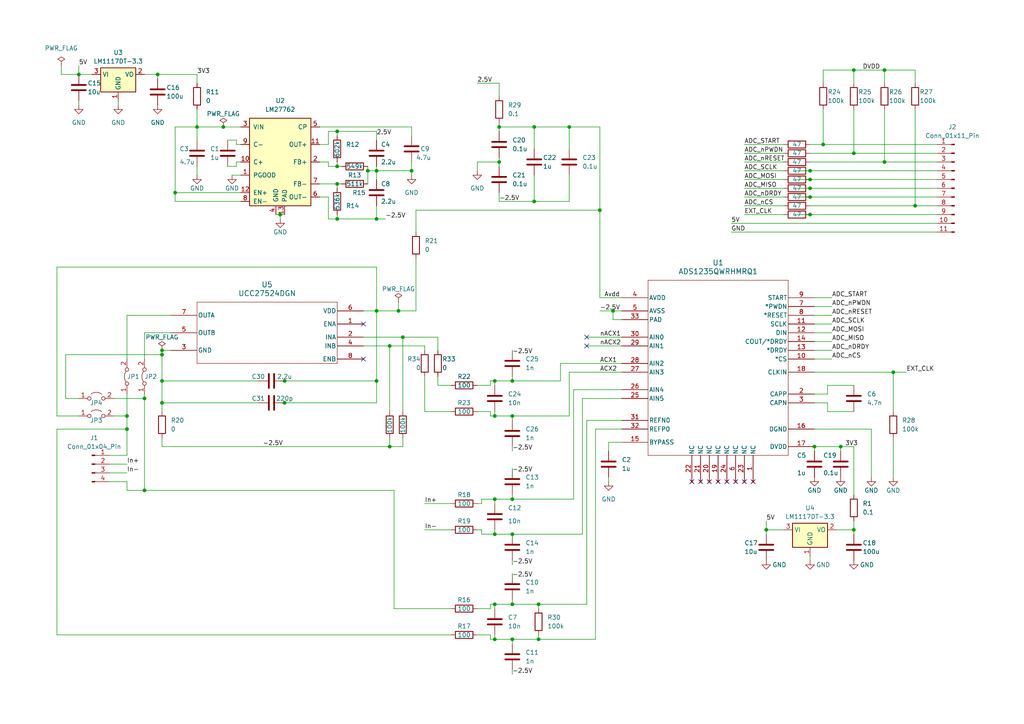
<source format=kicad_sch>
(kicad_sch (version 20230121) (generator eeschema)
  (paper "A4")
  (title_block (title "Analog conditioning and filtering measurements"))
  (lib_symbols
    (symbol "ADS1235_Q1:ADS1235QWRHMRQ1" (pin_names (offset 0.254))
      (property "Reference" "U1" (at 27.94 10.16 0))
      (property "Value" "ADS1235QWRHMRQ1" (at 27.94 7.62 0))
      (symbol "ADS1235QWRHMRQ1_0_1"
        (polyline (pts (xy 7.62 -45.72) (xy 48.26 -45.72)) (stroke (width 0.127)))
        (polyline (pts (xy 7.62 5.08) (xy 7.62 -45.72)) (stroke (width 0.127)))
        (polyline (pts (xy 48.26 -45.72) (xy 48.26 5.08)) (stroke (width 0.127)))
        (polyline (pts (xy 48.26 5.08) (xy 7.62 5.08)) (stroke (width 0.127)))
        (pin unspecified line (at 0 -41.91 0) (length 7.62) (name "BYPASS") (number "15"))
        (pin input line (at 55.88 -21.59 180) (length 7.62) (name "CLKIN") (number "18"))
      )
      (symbol "ADS1235QWRHMRQ1_1_1"
        (pin no_connect line (at 38.1 -53.34 90) (length 7.62) (name "NC") (number "1"))
        (pin input line (at 55.88 -17.78 180) (length 7.62) (name "*CS") (number "10"))
        (pin input line (at 55.88 -7.62 180) (length 7.62) (name "SCLK") (number "11"))
        (pin input line (at 55.88 -10.16 180) (length 7.62) (name "DIN") (number "12"))
        (pin output line (at 55.88 -15.24 180) (length 7.62) (name "*DRDY") (number "13"))
        (pin output line (at 55.88 -12.7 180) (length 7.62) (name "COUT/*DRDY") (number "14"))
        (pin power_in line (at 55.88 -38.1 180) (length 7.62) (name "DGND") (number "16"))
        (pin power_in line (at 55.88 -43.18 180) (length 7.62) (name "DVDD") (number "17"))
        (pin no_connect line (at 27.94 -53.34 90) (length 7.62) (name "NC") (number "19"))
        (pin unspecified line (at 55.88 -27.94 180) (length 7.62) (name "CAPP") (number "2"))
        (pin no_connect line (at 25.4 -53.34 90) (length 7.62) (name "NC") (number "20"))
        (pin no_connect line (at 22.86 -53.34 90) (length 7.62) (name "NC") (number "21"))
        (pin no_connect line (at 20.32 -53.34 90) (length 7.62) (name "NC") (number "22"))
        (pin no_connect line (at 35.56 -53.34 90) (length 7.62) (name "NC") (number "23"))
        (pin no_connect line (at 30.48 -53.34 90) (length 7.62) (name "NC") (number "24"))
        (pin unspecified line (at 0 -29.21 0) (length 7.62) (name "AIN5") (number "25"))
        (pin unspecified line (at 0 -26.67 0) (length 7.62) (name "AIN4") (number "26"))
        (pin unspecified line (at 0 -21.59 0) (length 7.62) (name "AIN3") (number "27"))
        (pin unspecified line (at 0 -19.05 0) (length 7.62) (name "AIN2") (number "28"))
        (pin unspecified line (at 0 -13.97 0) (length 7.62) (name "AIN1") (number "29"))
        (pin unspecified line (at 55.88 -30.48 180) (length 7.62) (name "CAPN") (number "3"))
        (pin unspecified line (at 0 -11.43 0) (length 7.62) (name "AIN0") (number "30"))
        (pin unspecified line (at 0 -35.56 0) (length 7.62) (name "REFN0") (number "31"))
        (pin unspecified line (at 0 -38.1 0) (length 7.62) (name "REFP0") (number "32"))
        (pin unspecified line (at 0 -6.35 0) (length 7.62) (name "PAD") (number "33"))
        (pin unspecified line (at 0 0 0) (length 7.62) (name "AVDD") (number "4"))
        (pin unspecified line (at 0 -3.81 0) (length 7.62) (name "AVSS") (number "5"))
        (pin no_connect line (at 33.02 -53.34 90) (length 7.62) (name "NC") (number "6"))
        (pin input line (at 55.88 -2.54 180) (length 7.62) (name "*PWDN") (number "7"))
        (pin input line (at 55.88 -5.08 180) (length 7.62) (name "*RESET") (number "8"))
        (pin input line (at 55.88 0 180) (length 7.62) (name "START") (number "9"))
      )
    )
    (symbol "Connector:Conn_01x04_Pin" (pin_names (offset 1.016) hide)
      (property "Reference" "J" (at 0 5.08 0))
      (property "Value" "Conn_01x04_Pin" (at 0 -7.62 0))
      (symbol "Conn_01x04_Pin_1_1"
        (polyline (pts (xy 1.27 -5.08) (xy 0.8636 -5.08)) (stroke (width 0.1524)))
        (polyline (pts (xy 1.27 -2.54) (xy 0.8636 -2.54)) (stroke (width 0.1524)))
        (polyline (pts (xy 1.27 0) (xy 0.8636 0)) (stroke (width 0.1524)))
        (polyline (pts (xy 1.27 2.54) (xy 0.8636 2.54)) (stroke (width 0.1524)))
        (rectangle (start 0.8636 -4.953) (end 0 -5.207) (stroke (width 0.1524)) (fill (type outline)))
        (rectangle (start 0.8636 -2.413) (end 0 -2.667) (stroke (width 0.1524)) (fill (type outline)))
        (rectangle (start 0.8636 0.127) (end 0 -0.127) (stroke (width 0.1524)) (fill (type outline)))
        (rectangle (start 0.8636 2.667) (end 0 2.413) (stroke (width 0.1524)) (fill (type outline)))
        (pin passive line (at 5.08 2.54 180) (length 3.81) (name "Pin_1") (number "1"))
        (pin passive line (at 5.08 0 180) (length 3.81) (name "Pin_2") (number "2"))
        (pin passive line (at 5.08 -2.54 180) (length 3.81) (name "Pin_3") (number "3"))
        (pin passive line (at 5.08 -5.08 180) (length 3.81) (name "Pin_4") (number "4"))
      )
    )
    (symbol "Connector:Conn_01x11_Pin" (pin_names (offset 1.016) hide)
      (property "Reference" "J" (at 0 15.24 0))
      (property "Value" "Conn_01x11_Pin" (at 0 -15.24 0))
      (symbol "Conn_01x11_Pin_1_1"
        (polyline (pts (xy 1.27 -12.7) (xy 0.8636 -12.7)) (stroke (width 0.1524)))
        (polyline (pts (xy 1.27 -10.16) (xy 0.8636 -10.16)) (stroke (width 0.1524)))
        (polyline (pts (xy 1.27 -7.62) (xy 0.8636 -7.62)) (stroke (width 0.1524)))
        (polyline (pts (xy 1.27 -5.08) (xy 0.8636 -5.08)) (stroke (width 0.1524)))
        (polyline (pts (xy 1.27 -2.54) (xy 0.8636 -2.54)) (stroke (width 0.1524)))
        (polyline (pts (xy 1.27 0) (xy 0.8636 0)) (stroke (width 0.1524)))
        (polyline (pts (xy 1.27 2.54) (xy 0.8636 2.54)) (stroke (width 0.1524)))
        (polyline (pts (xy 1.27 5.08) (xy 0.8636 5.08)) (stroke (width 0.1524)))
        (polyline (pts (xy 1.27 7.62) (xy 0.8636 7.62)) (stroke (width 0.1524)))
        (polyline (pts (xy 1.27 10.16) (xy 0.8636 10.16)) (stroke (width 0.1524)))
        (polyline (pts (xy 1.27 12.7) (xy 0.8636 12.7)) (stroke (width 0.1524)))
        (rectangle (start 0.8636 -12.573) (end 0 -12.827) (stroke (width 0.1524)) (fill (type outline)))
        (rectangle (start 0.8636 -10.033) (end 0 -10.287) (stroke (width 0.1524)) (fill (type outline)))
        (rectangle (start 0.8636 -7.493) (end 0 -7.747) (stroke (width 0.1524)) (fill (type outline)))
        (rectangle (start 0.8636 -4.953) (end 0 -5.207) (stroke (width 0.1524)) (fill (type outline)))
        (rectangle (start 0.8636 -2.413) (end 0 -2.667) (stroke (width 0.1524)) (fill (type outline)))
        (rectangle (start 0.8636 0.127) (end 0 -0.127) (stroke (width 0.1524)) (fill (type outline)))
        (rectangle (start 0.8636 2.667) (end 0 2.413) (stroke (width 0.1524)) (fill (type outline)))
        (rectangle (start 0.8636 5.207) (end 0 4.953) (stroke (width 0.1524)) (fill (type outline)))
        (rectangle (start 0.8636 7.747) (end 0 7.493) (stroke (width 0.1524)) (fill (type outline)))
        (rectangle (start 0.8636 10.287) (end 0 10.033) (stroke (width 0.1524)) (fill (type outline)))
        (rectangle (start 0.8636 12.827) (end 0 12.573) (stroke (width 0.1524)) (fill (type outline)))
        (pin passive line (at 5.08 12.7 180) (length 3.81) (name "Pin_1") (number "1"))
        (pin passive line (at 5.08 -10.16 180) (length 3.81) (name "Pin_10") (number "10"))
        (pin passive line (at 5.08 -12.7 180) (length 3.81) (name "Pin_11") (number "11"))
        (pin passive line (at 5.08 10.16 180) (length 3.81) (name "Pin_2") (number "2"))
        (pin passive line (at 5.08 7.62 180) (length 3.81) (name "Pin_3") (number "3"))
        (pin passive line (at 5.08 5.08 180) (length 3.81) (name "Pin_4") (number "4"))
        (pin passive line (at 5.08 2.54 180) (length 3.81) (name "Pin_5") (number "5"))
        (pin passive line (at 5.08 0 180) (length 3.81) (name "Pin_6") (number "6"))
        (pin passive line (at 5.08 -2.54 180) (length 3.81) (name "Pin_7") (number "7"))
        (pin passive line (at 5.08 -5.08 180) (length 3.81) (name "Pin_8") (number "8"))
        (pin passive line (at 5.08 -7.62 180) (length 3.81) (name "Pin_9") (number "9"))
      )
    )
    (symbol "Device:C" (pin_numbers hide) (pin_names (offset 0.254))
      (property "Reference" "C" (at 0.635 2.54 0))
      (property "Value" "C" (at 0.635 -2.54 0))
      (symbol "C_0_1"
        (polyline (pts (xy -2.032 -0.762) (xy 2.032 -0.762)) (stroke (width 0.508)))
        (polyline (pts (xy -2.032 0.762) (xy 2.032 0.762)) (stroke (width 0.508)))
      )
      (symbol "C_1_1"
        (pin passive line (at 0 3.81 270) (length 2.794) (name "~") (number "1"))
        (pin passive line (at 0 -3.81 90) (length 2.794) (name "~") (number "2"))
      )
    )
    (symbol "Device:R" (pin_numbers hide) (pin_names (offset 0))
      (property "Reference" "R" (at 2.032 0 90))
      (property "Value" "R" (at 0 0 90))
      (symbol "R_0_1"
        (rectangle (start -1.016 -2.54) (end 1.016 2.54) (stroke (width 0.254)))
      )
      (symbol "R_1_1"
        (pin passive line (at 0 3.81 270) (length 1.27) (name "~") (number "1"))
        (pin passive line (at 0 -3.81 90) (length 1.27) (name "~") (number "2"))
      )
    )
    (symbol "Jumper:Jumper_2_Bridged" (pin_names (offset 0) hide)
      (property "Reference" "JP" (at 0 1.905 0))
      (property "Value" "Jumper_2_Bridged" (at 0 -2.54 0))
      (symbol "Jumper_2_Bridged_0_0"
        (circle (center -2.032 0) (radius 0.508))
        (circle (center 2.032 0) (radius 0.508))
      )
      (symbol "Jumper_2_Bridged_0_1"
        (arc (start 1.524 0.254) (mid 0 0.762) (end -1.524 0.254))
      )
      (symbol "Jumper_2_Bridged_1_1"
        (pin passive line (at -5.08 0 0) (length 2.54) (name "A") (number "1"))
        (pin passive line (at 5.08 0 180) (length 2.54) (name "B") (number "2"))
      )
    )
    (symbol "Jumper:Jumper_2_Open" (pin_names (offset 0) hide)
      (property "Reference" "JP" (at 0 2.794 0))
      (property "Value" "Jumper_2_Open" (at 0 -2.286 0))
      (symbol "Jumper_2_Open_0_0"
        (circle (center -2.032 0) (radius 0.508))
        (circle (center 2.032 0) (radius 0.508))
      )
      (symbol "Jumper_2_Open_0_1"
        (arc (start 1.524 1.27) (mid 0 1.778) (end -1.524 1.27))
      )
      (symbol "Jumper_2_Open_1_1"
        (pin passive line (at -5.08 0 0) (length 2.54) (name "A") (number "1"))
        (pin passive line (at 5.08 0 180) (length 2.54) (name "B") (number "2"))
      )
    )
    (symbol "Regulator_Linear:LM1117DT-3.3"
      (property "Reference" "U" (at -3.81 3.175 0))
      (property "Value" "LM1117DT-3.3" (at 0 3.175 0))
      (symbol "LM1117DT-3.3_0_1"
        (rectangle (start -5.08 -5.08) (end 5.08 1.905) (stroke (width 0.254)) (fill (type background)))
      )
      (symbol "LM1117DT-3.3_1_1"
        (pin power_in line (at 0 -7.62 90) (length 2.54) (name "GND") (number "1"))
        (pin power_out line (at 7.62 0 180) (length 2.54) (name "VO") (number "2"))
        (pin power_in line (at -7.62 0 0) (length 2.54) (name "VI") (number "3"))
      )
    )
    (symbol "Regulator_SwitchedCapacitor:LM27762" (pin_names (offset 1.016))
      (property "Reference" "U2" (at 1.27 12.7 0))
      (property "Value" "LM27762" (at 1.27 10.16 0))
      (symbol "LM27762_0_1"
        (rectangle (start -7.62 7.62) (end 10.16 -17.78) (stroke (width 0.254)) (fill (type background)))
      )
      (symbol "LM27762_1_1"
        (pin power_out line (at -10.16 -8.89 0) (length 2.54) (name "PGOOD") (number "1"))
        (pin passive line (at -10.16 -5.08 0) (length 2.54) (name "C+") (number "10"))
        (pin power_out line (at 12.7 0 180) (length 2.54) (name "OUT+") (number "11"))
        (pin input line (at -10.16 -13.97 0) (length 2.54) (name "EN+") (number "12"))
        (pin power_in line (at 2.54 -20.32 90) (length 2.54) (name "PAD") (number "13"))
        (pin input line (at 12.7 -5.08 180) (length 2.54) (name "FB+") (number "2"))
        (pin power_in line (at -10.16 5.08 0) (length 2.54) (name "VIN") (number "3"))
        (pin power_in line (at 0 -20.32 90) (length 2.54) (name "GND") (number "4"))
        (pin passive line (at 12.7 5.08 180) (length 2.54) (name "CP") (number "5"))
        (pin power_out line (at 12.7 -15.24 180) (length 2.54) (name "OUT-") (number "6"))
        (pin input line (at 12.7 -11.43 180) (length 2.54) (name "FB-") (number "7"))
        (pin input line (at -10.16 -16.51 0) (length 2.54) (name "EN-") (number "8"))
        (pin passive line (at -10.16 0 0) (length 2.54) (name "C-") (number "9"))
      )
    )
    (symbol "UCC27524DR:UCC27524DGN" (pin_names (offset 0.254))
      (property "Reference" "U5" (at 27.94 10.16 0))
      (property "Value" "UCC27524DGN" (at 27.94 7.62 0))
      (symbol "UCC27524DGN_0_1"
        (polyline (pts (xy 7.62 -12.7) (xy 48.26 -12.7)) (stroke (width 0.127)))
        (polyline (pts (xy 7.62 5.08) (xy 7.62 -12.7)) (stroke (width 0.127)))
        (polyline (pts (xy 48.26 -12.7) (xy 48.26 5.08)) (stroke (width 0.127)))
        (polyline (pts (xy 48.26 5.08) (xy 7.62 5.08)) (stroke (width 0.127)))
        (pin power_in line (at 0 -8.89 0) (length 7.62) (name "GND") (number "3"))
        (pin power_in line (at 55.88 2.54 180) (length 7.62) (name "VDD") (number "6"))
        (pin input line (at 55.88 -11.43 180) (length 7.62) (name "ENB") (number "8"))
      )
      (symbol "UCC27524DGN_1_1"
        (pin input line (at 55.88 -1.27 180) (length 7.62) (name "ENA") (number "1"))
        (pin input line (at 55.88 -5.08 180) (length 7.62) (name "INA") (number "2"))
        (pin input line (at 55.88 -7.62 180) (length 7.62) (name "INB") (number "4"))
        (pin output line (at 0 -3.81 0) (length 7.62) (name "OUTB") (number "5"))
        (pin output line (at 0 1.27 0) (length 7.62) (name "OUTA") (number "7"))
      )
    )
    (symbol "power:GND" (power) (pin_names (offset 0))
      (property "Value" "GND" (at 0 -3.81 0))
      (symbol "GND_0_1"
        (polyline (pts (xy 0 0) (xy 0 -1.27) (xy 1.27 -1.27) (xy 0 -2.54) (xy -1.27 -1.27) (xy 0 -1.27)))
      )
      (symbol "GND_1_1"
        (pin power_in line (at 0 0 270) (length 0) hide (name "GND") (number "1"))
      )
    )
    (symbol "power:PWR_FLAG" (power) (pin_numbers hide) (pin_names (offset 0) hide)
      (property "Value" "PWR_FLAG" (at 0 3.81 0))
      (symbol "PWR_FLAG_0_0"
        (pin power_out line (at 0 0 90) (length 0) (name "pwr") (number "1"))
      )
      (symbol "PWR_FLAG_0_1"
        (polyline (pts (xy 0 0) (xy 0 1.27) (xy -1.016 1.905) (xy 0 2.54) (xy 1.016 1.905) (xy 0 1.27)))
      )
    )
  )
  (junction (at 46.99 102.87))
  (junction (at 143.51 154.94))
  (junction (at 148.59 144.78))
  (junction (at 143.51 120.65))
  (junction (at 265.43 59.69))
  (junction (at 46.99 101.6))
  (junction (at 243.84 129.54))
  (junction (at 156.21 175.26))
  (junction (at 143.51 144.78))
  (junction (at 144.78 46.99))
  (junction (at 97.79 53.34))
  (junction (at 46.99 116.84))
  (junction (at 115.57 90.17))
  (junction (at 113.03 129.54))
  (junction (at 177.8 90.17))
  (junction (at 148.59 110.49))
  (junction (at 41.91 115.57))
  (junction (at 144.78 36.83))
  (junction (at 247.65 44.45))
  (junction (at 109.22 63.5))
  (junction (at 36.83 120.65))
  (junction (at 247.65 153.67))
  (junction (at 234.95 49.53))
  (junction (at 234.95 62.23))
  (junction (at 143.51 110.49))
  (junction (at 259.08 107.95))
  (junction (at 154.94 58.42))
  (junction (at 97.79 38.1))
  (junction (at 22.86 21.59))
  (junction (at 154.94 36.83))
  (junction (at 173.99 60.96))
  (junction (at 236.22 129.54))
  (junction (at 81.28 62.23))
  (junction (at 148.59 175.26))
  (junction (at 113.03 100.33))
  (junction (at 106.68 49.53))
  (junction (at 256.54 46.99))
  (junction (at 82.55 116.84))
  (junction (at 109.22 49.53))
  (junction (at 148.59 154.94))
  (junction (at 247.65 20.32))
  (junction (at 238.76 41.91))
  (junction (at 116.84 97.79))
  (junction (at 97.79 48.26))
  (junction (at 45.72 21.59))
  (junction (at 57.15 36.83))
  (junction (at 165.1 36.83))
  (junction (at 256.54 20.32))
  (junction (at 46.99 110.49))
  (junction (at 148.59 120.65))
  (junction (at 36.83 124.46))
  (junction (at 222.25 153.67))
  (junction (at 119.38 49.53))
  (junction (at 143.51 185.42))
  (junction (at 64.77 36.83))
  (junction (at 143.51 175.26))
  (junction (at 234.95 54.61))
  (junction (at 97.79 63.5))
  (junction (at 234.95 57.15))
  (junction (at 234.95 52.07))
  (junction (at 41.91 142.24))
  (junction (at 109.22 90.17))
  (junction (at 156.21 185.42))
  (junction (at 82.55 110.49))
  (junction (at 148.59 185.42))
  (junction (at 50.8 55.88))
  (junction (at 109.22 110.49))
  (no_connect (at 218.44 139.7))
  (no_connect (at 203.2 139.7))
  (no_connect (at 200.66 139.7))
  (no_connect (at 210.82 139.7))
  (no_connect (at 170.18 100.33))
  (no_connect (at 205.74 139.7))
  (no_connect (at 213.36 139.7))
  (no_connect (at 105.41 93.98))
  (no_connect (at 215.9 139.7))
  (no_connect (at 208.28 139.7))
  (no_connect (at 105.41 104.14))
  (no_connect (at 170.18 97.79))
  (wire (pts (xy 138.43 46.99) (xy 138.43 49.53)))
  (wire (pts (xy 236.22 99.06) (xy 241.3 99.06)))
  (wire (pts (xy 67.31 50.8) (xy 69.85 50.8)))
  (wire (pts (xy 234.95 44.45) (xy 247.65 44.45)))
  (wire (pts (xy 109.22 38.1) (xy 109.22 40.64)))
  (wire (pts (xy 97.79 48.26) (xy 99.06 48.26)))
  (wire (pts (xy 46.99 127) (xy 46.99 129.54)))
  (wire (pts (xy 109.22 77.47) (xy 16.51 77.47)))
  (wire (pts (xy 165.1 36.83) (xy 165.1 43.18)))
  (wire (pts (xy 138.43 24.13) (xy 144.78 24.13)))
  (wire (pts (xy 180.34 92.71) (xy 177.8 92.71)))
  (wire (pts (xy 154.94 50.8) (xy 154.94 58.42)))
  (wire (pts (xy 156.21 185.42) (xy 172.72 185.42)))
  (wire (pts (xy 234.95 62.23) (xy 271.78 62.23)))
  (wire (pts (xy 143.51 110.49) (xy 143.51 111.76)))
  (wire (pts (xy 81.28 116.84) (xy 82.55 116.84)))
  (wire (pts (xy 16.51 120.65) (xy 22.86 120.65)))
  (wire (pts (xy 41.91 115.57) (xy 41.91 142.24)))
  (wire (pts (xy 95.25 57.15) (xy 92.71 57.15)))
  (wire (pts (xy 95.25 48.26) (xy 97.79 48.26)))
  (wire (pts (xy 238.76 31.75) (xy 238.76 41.91)))
  (wire (pts (xy 144.78 46.99) (xy 138.43 46.99)))
  (wire (pts (xy 172.72 124.46) (xy 180.34 124.46)))
  (wire (pts (xy 148.59 121.92) (xy 148.59 120.65)))
  (wire (pts (xy 144.78 58.42) (xy 154.94 58.42)))
  (wire (pts (xy 113.03 127) (xy 113.03 129.54)))
  (wire (pts (xy 256.54 46.99) (xy 271.78 46.99)))
  (wire (pts (xy 177.8 90.17) (xy 177.8 92.71)))
  (wire (pts (xy 139.7 154.94) (xy 139.7 153.67)))
  (wire (pts (xy 33.02 115.57) (xy 41.91 115.57)))
  (wire (pts (xy 236.22 130.81) (xy 236.22 129.54)))
  (wire (pts (xy 236.22 93.98) (xy 241.3 93.98)))
  (wire (pts (xy 259.08 107.95) (xy 262.89 107.95)))
  (wire (pts (xy 148.59 144.78) (xy 166.37 144.78)))
  (wire (pts (xy 127 111.76) (xy 130.81 111.76)))
  (wire (pts (xy 148.59 143.51) (xy 148.59 144.78)))
  (wire (pts (xy 82.55 110.49) (xy 109.22 110.49)))
  (wire (pts (xy 234.95 161.29) (xy 234.95 162.56)))
  (wire (pts (xy 259.08 107.95) (xy 236.22 107.95)))
  (wire (pts (xy 46.99 110.49) (xy 46.99 116.84)))
  (wire (pts (xy 173.99 36.83) (xy 173.99 60.96)))
  (wire (pts (xy 16.51 77.47) (xy 16.51 120.65)))
  (wire (pts (xy 156.21 175.26) (xy 170.18 175.26)))
  (wire (pts (xy 81.28 62.23) (xy 81.28 63.5)))
  (wire (pts (xy 142.24 175.26) (xy 142.24 176.53)))
  (wire (pts (xy 16.51 184.15) (xy 16.51 124.46)))
  (wire (pts (xy 95.25 46.99) (xy 92.71 46.99)))
  (wire (pts (xy 243.84 130.81) (xy 243.84 129.54)))
  (wire (pts (xy 231.14 57.15) (xy 234.95 57.15)))
  (wire (pts (xy 240.03 111.76) (xy 247.65 111.76)))
  (wire (pts (xy 45.72 22.86) (xy 45.72 21.59)))
  (wire (pts (xy 165.1 50.8) (xy 165.1 58.42)))
  (wire (pts (xy 95.25 57.15) (xy 95.25 63.5)))
  (wire (pts (xy 212.09 67.31) (xy 271.78 67.31)))
  (wire (pts (xy 74.93 116.84) (xy 46.99 116.84)))
  (wire (pts (xy 180.34 128.27) (xy 176.53 128.27)))
  (wire (pts (xy 57.15 36.83) (xy 57.15 40.64)))
  (wire (pts (xy 180.34 115.57) (xy 168.91 115.57)))
  (wire (pts (xy 148.59 110.49) (xy 162.56 110.49)))
  (wire (pts (xy 106.68 49.53) (xy 106.68 53.34)))
  (wire (pts (xy 69.85 41.91) (xy 68.58 41.91)))
  (wire (pts (xy 148.59 195.58) (xy 148.59 194.31)))
  (wire (pts (xy 68.58 48.26) (xy 68.58 46.99)))
  (wire (pts (xy 234.95 52.07) (xy 271.78 52.07)))
  (wire (pts (xy 215.9 57.15) (xy 227.33 57.15)))
  (wire (pts (xy 49.53 91.44) (xy 36.83 91.44)))
  (wire (pts (xy 144.78 55.88) (xy 144.78 58.42)))
  (wire (pts (xy 144.78 35.56) (xy 144.78 36.83)))
  (wire (pts (xy 95.25 38.1) (xy 97.79 38.1)))
  (wire (pts (xy 92.71 41.91) (xy 95.25 41.91)))
  (wire (pts (xy 180.34 121.92) (xy 170.18 121.92)))
  (wire (pts (xy 143.51 185.42) (xy 143.51 184.15)))
  (wire (pts (xy 143.51 185.42) (xy 148.59 185.42)))
  (wire (pts (xy 247.65 153.67) (xy 247.65 154.94)))
  (wire (pts (xy 142.24 119.38) (xy 138.43 119.38)))
  (wire (pts (xy 64.77 36.83) (xy 57.15 36.83)))
  (wire (pts (xy 215.9 44.45) (xy 227.33 44.45)))
  (wire (pts (xy 252.73 124.46) (xy 252.73 138.43)))
  (wire (pts (xy 120.65 67.31) (xy 120.65 60.96)))
  (wire (pts (xy 148.59 101.6) (xy 148.59 102.87)))
  (wire (pts (xy 148.59 120.65) (xy 165.1 120.65)))
  (wire (pts (xy 240.03 116.84) (xy 240.03 119.38)))
  (wire (pts (xy 95.25 63.5) (xy 97.79 63.5)))
  (wire (pts (xy 69.85 36.83) (xy 64.77 36.83)))
  (wire (pts (xy 31.75 137.16) (xy 36.83 137.16)))
  (wire (pts (xy 22.86 30.48) (xy 22.86 29.21)))
  (wire (pts (xy 154.94 36.83) (xy 165.1 36.83)))
  (wire (pts (xy 109.22 48.26) (xy 109.22 49.53)))
  (wire (pts (xy 180.34 113.03) (xy 166.37 113.03)))
  (wire (pts (xy 142.24 111.76) (xy 138.43 111.76)))
  (wire (pts (xy 92.71 36.83) (xy 119.38 36.83)))
  (wire (pts (xy 109.22 49.53) (xy 109.22 52.07)))
  (wire (pts (xy 106.68 48.26) (xy 106.68 49.53)))
  (wire (pts (xy 81.28 110.49) (xy 82.55 110.49)))
  (wire (pts (xy 148.59 163.83) (xy 148.59 162.56)))
  (wire (pts (xy 247.65 20.32) (xy 238.76 20.32)))
  (wire (pts (xy 236.22 86.36) (xy 241.3 86.36)))
  (wire (pts (xy 148.59 186.69) (xy 148.59 185.42)))
  (wire (pts (xy 115.57 90.17) (xy 120.65 90.17)))
  (wire (pts (xy 34.29 30.48) (xy 34.29 29.21)))
  (wire (pts (xy 139.7 144.78) (xy 143.51 144.78)))
  (wire (pts (xy 22.86 19.05) (xy 22.86 21.59)))
  (wire (pts (xy 243.84 129.54) (xy 247.65 129.54)))
  (wire (pts (xy 36.83 114.3) (xy 36.83 120.65)))
  (wire (pts (xy 26.67 21.59) (xy 22.86 21.59)))
  (wire (pts (xy 109.22 110.49) (xy 109.22 116.84)))
  (wire (pts (xy 256.54 20.32) (xy 256.54 24.13)))
  (wire (pts (xy 105.41 97.79) (xy 116.84 97.79)))
  (wire (pts (xy 177.8 90.17) (xy 180.34 90.17)))
  (wire (pts (xy 259.08 119.38) (xy 259.08 107.95)))
  (wire (pts (xy 41.91 142.24) (xy 114.3 142.24)))
  (wire (pts (xy 143.51 175.26) (xy 143.51 176.53)))
  (wire (pts (xy 236.22 101.6) (xy 241.3 101.6)))
  (wire (pts (xy 231.14 54.61) (xy 234.95 54.61)))
  (wire (pts (xy 265.43 31.75) (xy 265.43 59.69)))
  (wire (pts (xy 176.53 128.27) (xy 176.53 130.81)))
  (wire (pts (xy 22.86 21.59) (xy 17.78 21.59)))
  (wire (pts (xy 49.53 101.6) (xy 46.99 101.6)))
  (wire (pts (xy 114.3 176.53) (xy 130.81 176.53)))
  (wire (pts (xy 109.22 116.84) (xy 82.55 116.84)))
  (wire (pts (xy 46.99 101.6) (xy 46.99 102.87)))
  (wire (pts (xy 215.9 54.61) (xy 227.33 54.61)))
  (wire (pts (xy 173.99 60.96) (xy 173.99 86.36)))
  (wire (pts (xy 143.51 154.94) (xy 148.59 154.94)))
  (wire (pts (xy 106.68 49.53) (xy 109.22 49.53)))
  (wire (pts (xy 109.22 90.17) (xy 115.57 90.17)))
  (wire (pts (xy 142.24 120.65) (xy 142.24 119.38)))
  (wire (pts (xy 97.79 48.26) (xy 97.79 46.99)))
  (wire (pts (xy 259.08 138.43) (xy 259.08 127)))
  (wire (pts (xy 236.22 88.9) (xy 241.3 88.9)))
  (wire (pts (xy 148.59 175.26) (xy 156.21 175.26)))
  (wire (pts (xy 143.51 154.94) (xy 143.51 153.67)))
  (wire (pts (xy 50.8 55.88) (xy 50.8 58.42)))
  (wire (pts (xy 231.14 52.07) (xy 234.95 52.07)))
  (wire (pts (xy 234.95 41.91) (xy 238.76 41.91)))
  (wire (pts (xy 215.9 59.69) (xy 227.33 59.69)))
  (wire (pts (xy 142.24 176.53) (xy 138.43 176.53)))
  (wire (pts (xy 16.51 184.15) (xy 130.81 184.15)))
  (wire (pts (xy 116.84 97.79) (xy 127 97.79)))
  (wire (pts (xy 143.51 175.26) (xy 148.59 175.26)))
  (wire (pts (xy 256.54 20.32) (xy 247.65 20.32)))
  (wire (pts (xy 114.3 142.24) (xy 114.3 176.53)))
  (wire (pts (xy 234.95 57.15) (xy 271.78 57.15)))
  (wire (pts (xy 33.02 120.65) (xy 36.83 120.65)))
  (wire (pts (xy 127 97.79) (xy 127 101.6)))
  (wire (pts (xy 222.25 153.67) (xy 227.33 153.67)))
  (wire (pts (xy 41.91 96.52) (xy 41.91 104.14)))
  (wire (pts (xy 109.22 59.69) (xy 109.22 63.5)))
  (wire (pts (xy 105.41 100.33) (xy 113.03 100.33)))
  (wire (pts (xy 170.18 97.79) (xy 180.34 97.79)))
  (wire (pts (xy 41.91 21.59) (xy 45.72 21.59)))
  (wire (pts (xy 119.38 46.99) (xy 119.38 49.53)))
  (wire (pts (xy 57.15 31.75) (xy 57.15 36.83)))
  (wire (pts (xy 143.51 144.78) (xy 143.51 146.05)))
  (wire (pts (xy 215.9 52.07) (xy 227.33 52.07)))
  (wire (pts (xy 234.95 54.61) (xy 271.78 54.61)))
  (wire (pts (xy 68.58 41.91) (xy 68.58 40.64)))
  (wire (pts (xy 109.22 63.5) (xy 111.76 63.5)))
  (wire (pts (xy 236.22 116.84) (xy 240.03 116.84)))
  (wire (pts (xy 17.78 19.05) (xy 17.78 21.59)))
  (wire (pts (xy 148.59 135.89) (xy 148.59 137.16)))
  (wire (pts (xy 173.99 90.17) (xy 177.8 90.17)))
  (wire (pts (xy 247.65 44.45) (xy 271.78 44.45)))
  (wire (pts (xy 172.72 185.42) (xy 172.72 124.46)))
  (wire (pts (xy 31.75 139.7) (xy 36.83 139.7)))
  (wire (pts (xy 123.19 100.33) (xy 123.19 101.6)))
  (wire (pts (xy 236.22 124.46) (xy 252.73 124.46)))
  (wire (pts (xy 265.43 59.69) (xy 271.78 59.69)))
  (wire (pts (xy 143.51 110.49) (xy 148.59 110.49)))
  (wire (pts (xy 109.22 90.17) (xy 109.22 110.49)))
  (wire (pts (xy 154.94 58.42) (xy 165.1 58.42)))
  (wire (pts (xy 162.56 105.41) (xy 162.56 110.49)))
  (wire (pts (xy 46.99 102.87) (xy 46.99 110.49)))
  (wire (pts (xy 247.65 31.75) (xy 247.65 44.45)))
  (wire (pts (xy 234.95 59.69) (xy 265.43 59.69)))
  (wire (pts (xy 123.19 109.22) (xy 123.19 119.38)))
  (wire (pts (xy 97.79 54.61) (xy 97.79 53.34)))
  (wire (pts (xy 36.83 124.46) (xy 36.83 132.08)))
  (wire (pts (xy 256.54 31.75) (xy 256.54 46.99)))
  (wire (pts (xy 95.25 48.26) (xy 95.25 46.99)))
  (wire (pts (xy 215.9 62.23) (xy 227.33 62.23)))
  (wire (pts (xy 156.21 184.15) (xy 156.21 185.42)))
  (wire (pts (xy 144.78 36.83) (xy 154.94 36.83)))
  (wire (pts (xy 170.18 121.92) (xy 170.18 175.26)))
  (wire (pts (xy 109.22 90.17) (xy 109.22 77.47)))
  (wire (pts (xy 36.83 91.44) (xy 36.83 104.14)))
  (wire (pts (xy 166.37 144.78) (xy 166.37 113.03)))
  (wire (pts (xy 120.65 60.96) (xy 173.99 60.96)))
  (wire (pts (xy 97.79 53.34) (xy 99.06 53.34)))
  (wire (pts (xy 123.19 153.67) (xy 130.81 153.67)))
  (wire (pts (xy 109.22 49.53) (xy 119.38 49.53)))
  (wire (pts (xy 234.95 49.53) (xy 271.78 49.53)))
  (wire (pts (xy 139.7 144.78) (xy 139.7 146.05)))
  (wire (pts (xy 36.83 120.65) (xy 36.83 124.46)))
  (wire (pts (xy 46.99 110.49) (xy 74.93 110.49)))
  (wire (pts (xy 148.59 156.21) (xy 148.59 154.94)))
  (wire (pts (xy 222.25 151.13) (xy 222.25 153.67)))
  (wire (pts (xy 247.65 143.51) (xy 247.65 129.54)))
  (wire (pts (xy 81.28 62.23) (xy 82.55 62.23)))
  (wire (pts (xy 97.79 38.1) (xy 109.22 38.1)))
  (wire (pts (xy 69.85 58.42) (xy 50.8 58.42)))
  (wire (pts (xy 165.1 36.83) (xy 173.99 36.83)))
  (wire (pts (xy 66.04 48.26) (xy 68.58 48.26)))
  (wire (pts (xy 236.22 114.3) (xy 240.03 114.3)))
  (wire (pts (xy 165.1 107.95) (xy 180.34 107.95)))
  (wire (pts (xy 242.57 153.67) (xy 247.65 153.67)))
  (wire (pts (xy 236.22 129.54) (xy 243.84 129.54)))
  (wire (pts (xy 247.65 20.32) (xy 247.65 24.13)))
  (wire (pts (xy 31.75 132.08) (xy 36.83 132.08)))
  (wire (pts (xy 144.78 27.94) (xy 144.78 24.13)))
  (wire (pts (xy 240.03 119.38) (xy 247.65 119.38)))
  (wire (pts (xy 19.05 102.87) (xy 19.05 115.57)))
  (wire (pts (xy 236.22 104.14) (xy 241.3 104.14)))
  (wire (pts (xy 144.78 45.72) (xy 144.78 46.99)))
  (wire (pts (xy 142.24 184.15) (xy 138.43 184.15)))
  (wire (pts (xy 45.72 21.59) (xy 57.15 21.59)))
  (wire (pts (xy 142.24 120.65) (xy 143.51 120.65)))
  (wire (pts (xy 119.38 49.53) (xy 119.38 50.8)))
  (wire (pts (xy 36.83 142.24) (xy 41.91 142.24)))
  (wire (pts (xy 148.59 109.22) (xy 148.59 110.49)))
  (wire (pts (xy 142.24 185.42) (xy 143.51 185.42)))
  (wire (pts (xy 115.57 87.63) (xy 115.57 90.17)))
  (wire (pts (xy 139.7 154.94) (xy 143.51 154.94)))
  (wire (pts (xy 143.51 144.78) (xy 148.59 144.78)))
  (wire (pts (xy 119.38 36.83) (xy 119.38 39.37)))
  (wire (pts (xy 46.99 102.87) (xy 19.05 102.87)))
  (wire (pts (xy 265.43 20.32) (xy 256.54 20.32)))
  (wire (pts (xy 170.18 100.33) (xy 180.34 100.33)))
  (wire (pts (xy 168.91 154.94) (xy 168.91 115.57)))
  (wire (pts (xy 176.53 138.43) (xy 176.53 139.7)))
  (wire (pts (xy 231.14 62.23) (xy 234.95 62.23)))
  (wire (pts (xy 31.75 134.62) (xy 36.83 134.62)))
  (wire (pts (xy 236.22 91.44) (xy 241.3 91.44)))
  (wire (pts (xy 46.99 116.84) (xy 46.99 119.38)))
  (wire (pts (xy 234.95 46.99) (xy 256.54 46.99)))
  (wire (pts (xy 66.04 40.64) (xy 68.58 40.64)))
  (wire (pts (xy 222.25 153.67) (xy 222.25 154.94)))
  (wire (pts (xy 113.03 100.33) (xy 113.03 119.38)))
  (wire (pts (xy 162.56 105.41) (xy 180.34 105.41)))
  (wire (pts (xy 46.99 129.54) (xy 113.03 129.54)))
  (wire (pts (xy 97.79 38.1) (xy 97.79 39.37)))
  (wire (pts (xy 173.99 86.36) (xy 180.34 86.36)))
  (wire (pts (xy 142.24 185.42) (xy 142.24 184.15)))
  (wire (pts (xy 142.24 175.26) (xy 143.51 175.26)))
  (wire (pts (xy 120.65 90.17) (xy 120.65 74.93)))
  (wire (pts (xy 113.03 129.54) (xy 116.84 129.54)))
  (wire (pts (xy 215.9 46.99) (xy 227.33 46.99)))
  (wire (pts (xy 127 109.22) (xy 127 111.76)))
  (wire (pts (xy 154.94 36.83) (xy 154.94 43.18)))
  (wire (pts (xy 95.25 41.91) (xy 95.25 38.1)))
  (wire (pts (xy 19.05 115.57) (xy 22.86 115.57)))
  (wire (pts (xy 144.78 36.83) (xy 144.78 38.1)))
  (wire (pts (xy 148.59 185.42) (xy 156.21 185.42)))
  (wire (pts (xy 238.76 41.91) (xy 271.78 41.91)))
  (wire (pts (xy 97.79 63.5) (xy 109.22 63.5)))
  (wire (pts (xy 123.19 146.05) (xy 130.81 146.05)))
  (wire (pts (xy 139.7 146.05) (xy 138.43 146.05)))
  (wire (pts (xy 97.79 63.5) (xy 97.79 62.23)))
  (wire (pts (xy 156.21 175.26) (xy 156.21 176.53)))
  (wire (pts (xy 41.91 96.52) (xy 49.53 96.52)))
  (wire (pts (xy 57.15 48.26) (xy 57.15 50.8)))
  (wire (pts (xy 247.65 153.67) (xy 247.65 151.13)))
  (wire (pts (xy 240.03 114.3) (xy 240.03 111.76)))
  (wire (pts (xy 265.43 24.13) (xy 265.43 20.32)))
  (wire (pts (xy 236.22 96.52) (xy 241.3 96.52)))
  (wire (pts (xy 238.76 20.32) (xy 238.76 24.13)))
  (wire (pts (xy 142.24 110.49) (xy 143.51 110.49)))
  (wire (pts (xy 148.59 166.37) (xy 148.59 167.64)))
  (wire (pts (xy 165.1 107.95) (xy 165.1 120.65)))
  (wire (pts (xy 231.14 49.53) (xy 234.95 49.53)))
  (wire (pts (xy 148.59 173.99) (xy 148.59 175.26)))
  (wire (pts (xy 69.85 55.88) (xy 50.8 55.88)))
  (wire (pts (xy 148.59 154.94) (xy 168.91 154.94)))
  (wire (pts (xy 215.9 49.53) (xy 227.33 49.53)))
  (wire (pts (xy 50.8 55.88) (xy 50.8 36.83)))
  (wire (pts (xy 148.59 130.81) (xy 148.59 129.54)))
  (wire (pts (xy 142.24 110.49) (xy 142.24 111.76)))
  (wire (pts (xy 68.58 46.99) (xy 69.85 46.99)))
  (wire (pts (xy 116.84 127) (xy 116.84 129.54)))
  (wire (pts (xy 113.03 100.33) (xy 123.19 100.33)))
  (wire (pts (xy 50.8 36.83) (xy 57.15 36.83)))
  (wire (pts (xy 212.09 64.77) (xy 271.78 64.77)))
  (wire (pts (xy 80.01 62.23) (xy 81.28 62.23)))
  (wire (pts (xy 139.7 153.67) (xy 138.43 153.67)))
  (wire (pts (xy 105.41 90.17) (xy 109.22 90.17)))
  (wire (pts (xy 215.9 41.91) (xy 227.33 41.91)))
  (wire (pts (xy 57.15 21.59) (xy 57.15 24.13)))
  (wire (pts (xy 143.51 120.65) (xy 143.51 119.38)))
  (wire (pts (xy 36.83 139.7) (xy 36.83 142.24)))
  (wire (pts (xy 92.71 53.34) (xy 97.79 53.34)))
  (wire (pts (xy 123.19 119.38) (xy 130.81 119.38)))
  (wire (pts (xy 41.91 114.3) (xy 41.91 115.57)))
  (wire (pts (xy 16.51 124.46) (xy 36.83 124.46)))
  (wire (pts (xy 143.51 120.65) (xy 148.59 120.65)))
  (wire (pts (xy 116.84 97.79) (xy 116.84 119.38)))
  (wire (pts (xy 144.78 46.99) (xy 144.78 48.26)))
  (label "3V3" (at 57.15 21.59 0))
  (label "3V3" (at 245.11 129.54 0))
  (label "-2.5V" (at 173.99 90.17 0))
  (label "-2.5V" (at 148.59 137.16 0))
  (label "GND" (at 212.09 67.31 0))
  (label "5V" (at 22.86 19.05 0))
  (label "ADC_SCLK" (at 241.3 93.98 0))
  (label "ADC_nDRDY" (at 241.3 101.6 0))
  (label "ACX2" (at 173.99 107.95 0))
  (label "ADC_MOSI" (at 215.9 52.07 0))
  (label "ADC_nDRDY" (at 215.9 57.15 0))
  (label "In+" (at 123.19 146.05 0))
  (label "DVDD" (at 250.19 20.32 0))
  (label "-2.5V" (at 111.76 63.5 0))
  (label "ADC_nRESET" (at 215.9 46.99 0))
  (label "nACX2" (at 173.99 100.33 0))
  (label "ADC_nPWDN" (at 215.9 44.45 0))
  (label "-2.5V" (at 148.59 130.81 0))
  (label "EXT_CLK" (at 262.89 107.95 0))
  (label "ADC_START" (at 241.3 86.36 0))
  (label "ADC_START" (at 215.9 41.91 0))
  (label "2.5V" (at 109.22 39.37 0))
  (label "EXT_CLK" (at 215.9 62.23 0))
  (label "Avdd" (at 175.26 86.36 0))
  (label "ADC_nCS" (at 215.9 59.69 0))
  (label "ADC_MOSI" (at 241.3 96.52 0))
  (label "ADC_nPWDN" (at 241.3 88.9 0))
  (label "In-" (at 123.19 153.67 0))
  (label "ADC_nCS" (at 241.3 104.14 0))
  (label "-2.5V" (at 76.2 129.54 0))
  (label "In+" (at 36.83 134.62 0))
  (label "-2.5V" (at 144.78 58.42 0))
  (label "nACX1" (at 173.99 97.79 0))
  (label "-2.5V" (at 148.59 102.87 0))
  (label "5V" (at 222.25 151.13 0))
  (label "5V" (at 212.09 64.77 0))
  (label "-2.5V" (at 148.59 195.58 0))
  (label "ADC_MISO" (at 241.3 99.06 0))
  (label "-2.5V" (at 148.59 167.64 0))
  (label "ACX1" (at 173.99 105.41 0))
  (label "In-" (at 36.83 137.16 0))
  (label "ADC_nRESET" (at 241.3 91.44 0))
  (label "ADC_SCLK" (at 215.9 49.53 0))
  (label "ADC_MISO" (at 215.9 54.61 0))
  (label "2.5V" (at 138.43 24.13 0))
  (label "-2.5V" (at 148.59 163.83 0))
  (symbol (lib_id "Device:R") (at 256.54 27.94 0) (unit 1)
    (property "Reference" "R26" (at 257.81 26.67 0) (effects (justify left)))
    (property "Value" "100k" (at 257.81 29.21 0) (effects (justify left)))
  )
  (symbol (lib_id "UCC27524DR:UCC27524DGN") (at 49.53 92.71 0) (unit 1)
    (property "Reference" "U5" (at 77.47 82.55 0) (effects (font (size 1.524 1.524))))
    (property "Value" "UCC27524DGN" (at 77.47 85.09 0) (effects (font (size 1.524 1.524))))
    (property "Footprint" "DGN8" (effects hide))
    (property "Datasheet" "UCC27524DGN" (effects hide))
  )
  (symbol (lib_id "Device:R") (at 134.62 153.67 90) (unit 1)
    (property "Reference" "R19" (at 134.62 151.13 90))
    (property "Value" "100" (at 134.62 153.67 90))
  )
  (symbol (lib_id "Regulator_SwitchedCapacitor:LM27762") (at 80.01 41.91 0) (unit 1)
    (property "Reference" "U2" (at 81.28 29.21 0))
    (property "Value" "LM27762" (at 81.28 31.75 0))
    (property "Footprint" "Package_SON:WSON-12-1EP_3x2mm_P0.5mm_EP1x2.65_ThermalVias" (effects hide))
    (property "Datasheet" "http://www.ti.com/lit/ds/symlink/lm27762.pdf" (effects hide))
  )
  (symbol (lib_id "Device:C") (at 78.74 116.84 90) (unit 1)
    (property "Reference" "C31" (at 74.93 115.57 90))
    (property "Value" "220p" (at 82.55 115.57 90))
  )
  (symbol (lib_id "Device:R") (at 265.43 27.94 0) (unit 1)
    (property "Reference" "R27" (at 266.7 26.67 0) (effects (justify left)))
    (property "Value" "100k" (at 266.7 29.21 0) (effects (justify left)))
  )
  (symbol (lib_id "Device:R") (at 231.14 57.15 90) (unit 1)
    (property "Reference" "R9" (effects hide))
    (property "Value" "47" (at 231.14 57.15 90))
  )
  (symbol (lib_id "Device:C") (at 144.78 41.91 0) (unit 1)
    (property "Reference" "C20" (at 148.59 40.64 0) (effects (justify left)))
    (property "Value" "0.1u" (at 148.59 43.18 0) (effects (justify left)))
  )
  (symbol (lib_id "Device:R") (at 231.14 54.61 90) (unit 1)
    (property "Reference" "R6" (effects hide))
    (property "Value" "47" (at 231.14 54.61 90))
  )
  (symbol (lib_id "Regulator_Linear:LM1117DT-3.3") (at 34.29 21.59 0) (unit 1)
    (property "Reference" "U3" (at 34.29 15.24 0))
    (property "Value" "LM1117DT-3.3" (at 34.29 17.78 0))
    (property "Footprint" "Package_TO_SOT_SMD:TO-252-3_TabPin2" (effects hide))
    (property "Datasheet" "http://www.ti.com/lit/ds/symlink/lm1117.pdf" (effects hide))
  )
  (symbol (lib_id "Device:R") (at 231.14 59.69 90) (unit 1)
    (property "Reference" "R8" (effects hide))
    (property "Value" "47" (at 231.14 59.69 90))
  )
  (symbol (lib_id "Device:R") (at 134.62 176.53 90) (unit 1)
    (property "Reference" "R16" (at 134.62 173.99 90))
    (property "Value" "100" (at 134.62 176.53 90))
  )
  (symbol (lib_id "Device:R") (at 231.14 49.53 90) (unit 1)
    (property "Reference" "R4" (effects hide))
    (property "Value" "47" (at 231.14 49.53 90))
  )
  (symbol (lib_id "Device:C") (at 148.59 158.75 0) (unit 1)
    (property "Reference" "C14" (at 152.4 157.48 0) (effects (justify left)))
    (property "Value" "1n" (at 152.4 160.02 0) (effects (justify left)))
  )
  (symbol (lib_id "power:GND") (at 22.86 30.48 0) (unit 1)
    (property "Reference" "#PWR012" (effects hide))
    (property "Value" "GND" (at 22.86 35.56 0))
  )
  (symbol (lib_id "Jumper:Jumper_2_Bridged") (at 41.91 109.22 90) (unit 1)
    (property "Reference" "JP2" (at 41.91 109.22 90) (effects (justify right)))
    (property "Value" "Jumper_2_Bridged" (effects hide))
  )
  (symbol (lib_id "Device:C") (at 236.22 134.62 0) (unit 1)
    (property "Reference" "C5" (at 231.14 132.08 0) (effects (justify left)))
    (property "Value" "1u" (at 231.14 137.16 0) (effects (justify left)))
  )
  (symbol (lib_id "power:GND") (at 234.95 162.56 0) (unit 1)
    (property "Reference" "#PWR09" (effects hide))
    (property "Value" "GND" (at 238.76 163.83 0))
  )
  (symbol (lib_id "power:GND") (at 34.29 30.48 0) (unit 1)
    (property "Reference" "#PWR03" (effects hide))
    (property "Value" "GND" (at 34.29 35.56 0))
  )
  (symbol (lib_id "power:GND") (at 222.25 162.56 0) (unit 1)
    (property "Reference" "#PWR017" (effects hide))
    (property "Value" "GND" (at 226.06 163.83 0))
  )
  (symbol (lib_id "Device:R") (at 231.14 44.45 90) (unit 1)
    (property "Reference" "R3" (effects hide))
    (property "Value" "47" (at 231.14 44.45 90))
  )
  (symbol (lib_id "Device:R") (at 113.03 123.19 180) (unit 1)
    (property "Reference" "R36" (effects hide))
    (property "Value" "100k" (at 113.03 125.73 90) (effects (justify right)))
  )
  (symbol (lib_id "Device:R") (at 134.62 119.38 90) (unit 1)
    (property "Reference" "R23" (at 134.62 116.84 90))
    (property "Value" "100" (at 134.62 119.38 90))
  )
  (symbol (lib_id "Device:C") (at 247.65 158.75 0) (unit 1)
    (property "Reference" "C18" (at 250.19 157.48 0) (effects (justify left)))
    (property "Value" "100u" (at 250.19 160.02 0) (effects (justify left)))
  )
  (symbol (lib_id "Device:C") (at 148.59 105.41 0) (unit 1)
    (property "Reference" "C25" (at 152.4 104.14 0) (effects (justify left)))
    (property "Value" "1n" (at 152.4 106.68 0) (effects (justify left)))
  )
  (symbol (lib_id "Device:R") (at 97.79 58.42 0) (unit 1)
    (property "Reference" "R14" (at 100.33 59.69 0) (effects (justify left)))
    (property "Value" "536k" (at 97.79 60.96 90) (effects (justify left)))
  )
  (symbol (lib_id "power:GND") (at 243.84 138.43 0) (unit 1)
    (property "Reference" "#PWR018" (effects hide))
    (property "Value" "GND" (at 243.84 142.24 0))
  )
  (symbol (lib_id "Device:R") (at 127 105.41 180) (unit 1)
    (property "Reference" "R33" (at 128.27 104.14 0) (effects (justify right)))
    (property "Value" "0" (at 128.27 106.68 0) (effects (justify right)))
  )
  (symbol (lib_id "Device:R") (at 46.99 123.19 0) (unit 1)
    (property "Reference" "R20" (at 49.53 121.92 0) (effects (justify left)))
    (property "Value" "0" (at 49.53 124.46 0) (effects (justify left)))
  )
  (symbol (lib_id "power:GND") (at 236.22 138.43 0) (unit 1)
    (property "Reference" "#PWR08" (effects hide))
    (property "Value" "GND" (at 236.22 142.24 0))
  )
  (symbol (lib_id "Jumper:Jumper_2_Open") (at 27.94 120.65 0) (unit 1)
    (property "Reference" "JP3" (at 27.94 121.92 0))
    (property "Value" "Jumper_2_Open" (effects hide))
  )
  (symbol (lib_id "Device:R") (at 57.15 27.94 0) (unit 1)
    (property "Reference" "R11" (at 59.69 26.67 0) (effects (justify left)))
    (property "Value" "0" (at 59.69 29.21 0) (effects (justify left)))
  )
  (symbol (lib_id "power:PWR_FLAG") (at 46.99 101.6 0) (unit 1)
    (property "Reference" "#FLG03" (effects hide))
    (property "Value" "PWR_FLAG" (at 46.99 97.79 0))
  )
  (symbol (lib_id "Device:C") (at 222.25 158.75 0) (unit 1)
    (property "Reference" "C17" (at 215.9 157.48 0) (effects (justify left)))
    (property "Value" "10u" (at 215.9 160.02 0) (effects (justify left)))
  )
  (symbol (lib_id "Device:C") (at 243.84 134.62 0) (unit 1)
    (property "Reference" "C19" (at 238.76 132.08 0) (effects (justify left)))
    (property "Value" "0.1u" (at 238.76 137.16 0) (effects (justify left)))
  )
  (symbol (lib_id "Device:R") (at 231.14 62.23 90) (unit 1)
    (property "Reference" "R10" (effects hide))
    (property "Value" "47" (at 231.14 62.23 90))
  )
  (symbol (lib_id "Device:C") (at 109.22 55.88 0) (unit 1)
    (property "Reference" "C8" (at 110.49 53.34 0) (effects (justify left)))
    (property "Value" "2.2u" (at 110.49 58.42 0) (effects (justify left)))
  )
  (symbol (lib_id "Device:R") (at 238.76 27.94 0) (unit 1)
    (property "Reference" "R24" (at 240.03 26.67 0) (effects (justify left)))
    (property "Value" "100k" (at 240.03 29.21 0) (effects (justify left)))
  )
  (symbol (lib_id "Device:R") (at 134.62 146.05 90) (unit 1)
    (property "Reference" "R18" (at 134.62 143.51 90))
    (property "Value" "100" (at 134.62 146.05 90))
  )
  (symbol (lib_id "power:PWR_FLAG") (at 115.57 87.63 0) (unit 1)
    (property "Reference" "#FLG04" (effects hide))
    (property "Value" "PWR_FLAG" (at 115.57 83.82 0))
  )
  (symbol (lib_id "Device:R") (at 247.65 147.32 0) (unit 1)
    (property "Reference" "R1" (at 250.19 146.05 0) (effects (justify left)))
    (property "Value" "0.1" (at 250.19 148.59 0) (effects (justify left)))
  )
  (symbol (lib_id "power:GND") (at 259.08 138.43 0) (unit 1)
    (property "Reference" "#PWR07" (effects hide))
    (property "Value" "GND" (at 259.08 142.24 0))
  )
  (symbol (lib_id "power:PWR_FLAG") (at 64.77 36.83 0) (unit 1)
    (property "Reference" "#FLG01" (effects hide))
    (property "Value" "PWR_FLAG" (at 64.77 33.02 0))
  )
  (symbol (lib_id "Device:R") (at 134.62 111.76 90) (unit 1)
    (property "Reference" "R22" (at 134.62 109.22 90))
    (property "Value" "100" (at 134.62 111.76 90))
  )
  (symbol (lib_id "Device:C") (at 143.51 180.34 0) (unit 1)
    (property "Reference" "C7" (at 147.32 179.07 0) (effects (justify left)))
    (property "Value" "10n" (at 147.32 181.61 0) (effects (justify left)))
  )
  (symbol (lib_id "power:GND") (at 119.38 50.8 0) (unit 1)
    (property "Reference" "#PWR014" (effects hide))
    (property "Value" "GND" (at 119.38 55.88 0))
  )
  (symbol (lib_id "Device:R") (at 231.14 52.07 90) (unit 1)
    (property "Reference" "R5" (effects hide))
    (property "Value" "47" (at 231.14 52.07 90))
  )
  (symbol (lib_id "Device:R") (at 231.14 41.91 90) (unit 1)
    (property "Reference" "R7" (effects hide))
    (property "Value" "47" (at 231.14 41.91 90))
  )
  (symbol (lib_id "Device:C") (at 78.74 110.49 90) (unit 1)
    (property "Reference" "C30" (at 74.93 109.22 90))
    (property "Value" "2.2u" (at 82.55 109.22 90))
  )
  (symbol (lib_id "Device:R") (at 134.62 184.15 90) (unit 1)
    (property "Reference" "R17" (at 134.62 181.61 90))
    (property "Value" "100" (at 134.62 184.15 90))
  )
  (symbol (lib_id "Device:R") (at 102.87 48.26 90) (unit 1)
    (property "Reference" "R13" (at 102.87 50.8 90))
    (property "Value" "549k" (at 102.87 48.26 90))
  )
  (symbol (lib_id "power:GND") (at 176.53 139.7 0) (unit 1)
    (property "Reference" "#PWR05" (effects hide))
    (property "Value" "GND" (at 176.53 144.78 0))
  )
  (symbol (lib_id "Device:C") (at 109.22 44.45 0) (unit 1)
    (property "Reference" "C4" (at 110.49 41.91 0) (effects (justify left)))
    (property "Value" "2.2u" (at 110.49 46.99 0) (effects (justify left)))
  )
  (symbol (lib_id "power:PWR_FLAG") (at 17.78 19.05 0) (unit 1)
    (property "Reference" "#FLG02" (effects hide))
    (property "Value" "PWR_FLAG" (at 17.78 13.97 0))
  )
  (symbol (lib_id "Device:R") (at 247.65 27.94 0) (unit 1)
    (property "Reference" "R25" (at 248.92 26.67 0) (effects (justify left)))
    (property "Value" "100k" (at 248.92 29.21 0) (effects (justify left)))
  )
  (symbol (lib_id "Device:R") (at 97.79 43.18 0) (unit 1)
    (property "Reference" "R12" (at 100.33 41.91 0) (effects (justify left)))
    (property "Value" "602k" (at 97.79 45.72 90) (effects (justify left)))
  )
  (symbol (lib_id "Connector:Conn_01x11_Pin") (at 276.86 54.61 0) (mirror y) (unit 1)
    (property "Reference" "J2" (at 276.225 36.83 0))
    (property "Value" "Conn_01x11_Pin" (at 276.225 39.37 0))
  )
  (symbol (lib_id "power:GND") (at 45.72 30.48 0) (unit 1)
    (property "Reference" "#PWR015" (effects hide))
    (property "Value" "GND" (at 45.72 35.56 0))
  )
  (symbol (lib_id "power:GND") (at 81.28 63.5 0) (unit 1)
    (property "Reference" "#PWR013" (effects hide))
    (property "Value" "GND" (at 81.28 67.31 0))
  )
  (symbol (lib_id "Device:R") (at 102.87 53.34 90) (unit 1)
    (property "Reference" "R15" (at 104.14 55.88 90))
    (property "Value" "511k" (at 102.87 53.34 90))
  )
  (symbol (lib_id "Device:C") (at 148.59 139.7 0) (unit 1)
    (property "Reference" "C13" (at 152.4 138.43 0) (effects (justify left)))
    (property "Value" "1n" (at 152.4 140.97 0) (effects (justify left)))
  )
  (symbol (lib_id "power:GND") (at 247.65 162.56 0) (unit 1)
    (property "Reference" "#PWR016" (effects hide))
    (property "Value" "GND" (at 251.46 163.83 0))
  )
  (symbol (lib_id "power:GND") (at 67.31 50.8 0) (unit 1)
    (property "Reference" "#PWR06" (effects hide))
    (property "Value" "GND" (at 67.31 54.61 0))
  )
  (symbol (lib_id "Jumper:Jumper_2_Open") (at 27.94 115.57 0) (unit 1)
    (property "Reference" "JP4" (at 27.94 116.84 0))
    (property "Value" "Jumper_2_Open" (effects hide))
  )
  (symbol (lib_id "Device:C") (at 148.59 170.18 0) (unit 1)
    (property "Reference" "C10" (at 152.4 168.91 0) (effects (justify left)))
    (property "Value" "1n" (at 152.4 171.45 0) (effects (justify left)))
  )
  (symbol (lib_id "Regulator_Linear:LM1117DT-3.3") (at 234.95 153.67 0) (unit 1)
    (property "Reference" "U4" (at 234.95 147.32 0))
    (property "Value" "LM1117DT-3.3" (at 234.95 149.86 0))
    (property "Footprint" "Package_TO_SOT_SMD:TO-252-3_TabPin2" (effects hide))
    (property "Datasheet" "http://www.ti.com/lit/ds/symlink/lm1117.pdf" (effects hide))
  )
  (symbol (lib_id "Device:R") (at 123.19 105.41 180) (unit 1)
    (property "Reference" "R34" (at 118.11 104.14 0) (effects (justify right)))
    (property "Value" "0" (at 120.65 106.68 0) (effects (justify right)))
  )
  (symbol (lib_id "Connector:Conn_01x04_Pin") (at 26.67 134.62 0) (unit 1)
    (property "Reference" "J1" (at 27.305 127 0))
    (property "Value" "Conn_01x04_Pin" (at 27.305 129.54 0))
  )
  (symbol (lib_id "Device:C") (at 143.51 115.57 0) (unit 1)
    (property "Reference" "C24" (at 147.32 114.3 0) (effects (justify left)))
    (property "Value" "10n" (at 147.32 116.84 0) (effects (justify left)))
  )
  (symbol (lib_id "Device:R") (at 231.14 46.99 90) (unit 1)
    (property "Reference" "R2" (effects hide))
    (property "Value" "47" (at 231.14 46.99 90))
  )
  (symbol (lib_id "Device:C") (at 57.15 44.45 0) (unit 1)
    (property "Reference" "C3" (at 52.07 43.18 0) (effects (justify left)))
    (property "Value" "4.7u" (at 52.07 46.99 0) (effects (justify left)))
  )
  (symbol (lib_id "Device:C") (at 144.78 52.07 0) (unit 1)
    (property "Reference" "C21" (at 148.59 50.8 0) (effects (justify left)))
    (property "Value" "0.1u" (at 148.59 53.34 0) (effects (justify left)))
  )
  (symbol (lib_id "Device:C") (at 143.51 149.86 0) (unit 1)
    (property "Reference" "C12" (at 147.32 147.32 0) (effects (justify left)))
    (property "Value" "10n" (at 147.32 151.13 0) (effects (justify left)))
  )
  (symbol (lib_id "Device:R") (at 259.08 123.19 0) (unit 1)
    (property "Reference" "R28" (at 261.62 121.92 0) (effects (justify left)))
    (property "Value" "100k" (at 261.62 124.46 0) (effects (justify left)))
  )
  (symbol (lib_id "power:GND") (at 57.15 50.8 0) (unit 1)
    (property "Reference" "#PWR020" (effects hide))
    (property "Value" "GND" (at 57.15 54.61 0))
  )
  (symbol (lib_id "Device:C") (at 66.04 44.45 0) (unit 1)
    (property "Reference" "C1" (at 60.96 43.18 0) (effects (justify left)))
    (property "Value" "1u" (at 60.96 45.72 0) (effects (justify left)))
  )
  (symbol (lib_id "Device:R") (at 144.78 31.75 0) (unit 1)
    (property "Reference" "R29" (at 147.32 30.48 0) (effects (justify left)))
    (property "Value" "0.1" (at 147.32 33.02 0) (effects (justify left)))
  )
  (symbol (lib_id "power:GND") (at 138.43 49.53 0) (unit 1)
    (property "Reference" "#PWR021" (effects hide))
    (property "Value" "GND" (at 138.43 54.61 0))
  )
  (symbol (lib_id "Device:C") (at 148.59 190.5 0) (unit 1)
    (property "Reference" "C11" (at 152.4 189.23 0) (effects (justify left)))
    (property "Value" "1n" (at 152.4 191.77 0) (effects (justify left)))
  )
  (symbol (lib_id "Device:C") (at 119.38 43.18 0) (unit 1)
    (property "Reference" "C9" (at 121.92 43.18 0) (effects (justify left)))
    (property "Value" "4.7u" (at 120.65 45.72 0) (effects (justify left)))
  )
  (symbol (lib_id "Device:C") (at 22.86 25.4 0) (unit 1)
    (property "Reference" "C15" (at 25.4 24.13 0) (effects (justify left)))
    (property "Value" "10u" (at 25.4 26.67 0) (effects (justify left)))
  )
  (symbol (lib_id "Device:C") (at 45.72 26.67 0) (unit 1)
    (property "Reference" "C16" (at 48.26 25.4 0) (effects (justify left)))
    (property "Value" "100u" (at 48.26 27.94 0) (effects (justify left)))
  )
  (symbol (lib_id "ADS1235_Q1:ADS1235QWRHMRQ1") (at 180.34 86.36 0) (unit 1)
    (property "Reference" "U1" (at 208.28 76.2 0) (effects (font (size 1.524 1.524))))
    (property "Value" "ADS1235QWRHMRQ1" (at 208.28 78.74 0) (effects (font (size 1.524 1.524))))
    (property "Footprint" "RHM0032A_VQFNP_TEX" (effects hide))
    (property "Datasheet" "ADS1235QWRHMRQ1" (effects hide))
  )
  (symbol (lib_id "Device:R") (at 120.65 71.12 0) (unit 1)
    (property "Reference" "R21" (at 123.19 69.85 0) (effects (justify left)))
    (property "Value" "0" (at 123.19 72.39 0) (effects (justify left)))
  )
  (symbol (lib_id "Device:C") (at 176.53 134.62 0) (unit 1)
    (property "Reference" "C2" (at 180.34 133.35 0) (effects (justify left)))
    (property "Value" "1u" (at 180.34 135.89 0) (effects (justify left)))
  )
  (symbol (lib_id "Device:C") (at 165.1 46.99 0) (unit 1)
    (property "Reference" "C23" (at 168.91 45.72 0) (effects (justify left)))
    (property "Value" "0.1u" (at 168.91 48.26 0) (effects (justify left)))
  )
  (symbol (lib_id "Jumper:Jumper_2_Bridged") (at 36.83 109.22 90) (unit 1)
    (property "Reference" "JP1" (at 36.83 109.22 90) (effects (justify right)))
    (property "Value" "Jumper_2_Bridged" (effects hide))
  )
  (symbol (lib_id "Device:R") (at 116.84 123.19 180) (unit 1)
    (property "Reference" "R35" (effects hide))
    (property "Value" "100k" (at 116.84 125.73 90) (effects (justify right)))
  )
  (symbol (lib_id "Device:R") (at 156.21 180.34 0) (unit 1)
    (property "Reference" "R30" (at 158.75 179.07 0) (effects (justify left)))
    (property "Value" "100k" (at 158.75 181.61 0) (effects (justify left)))
  )
  (symbol (lib_id "Device:C") (at 154.94 46.99 0) (unit 1)
    (property "Reference" "C22" (at 157.48 45.72 0) (effects (justify left)))
    (property "Value" "1u" (at 157.48 48.26 0) (effects (justify left)))
  )
  (symbol (lib_id "power:GND") (at 252.73 138.43 0) (unit 1)
    (property "Reference" "#PWR04" (effects hide))
    (property "Value" "GND" (at 252.73 142.24 0))
  )
  (symbol (lib_id "Device:C") (at 148.59 125.73 0) (unit 1)
    (property "Reference" "C26" (at 152.4 124.46 0) (effects (justify left)))
    (property "Value" "1n" (at 152.4 127 0) (effects (justify left)))
  )
  (symbol (lib_id "Device:C") (at 247.65 115.57 180) (unit 1)
    (property "Reference" "C6" (at 251.46 114.3 0) (effects (justify right)))
    (property "Value" "4.7n" (at 251.46 116.84 0) (effects (justify right)))
  )
)
</source>
